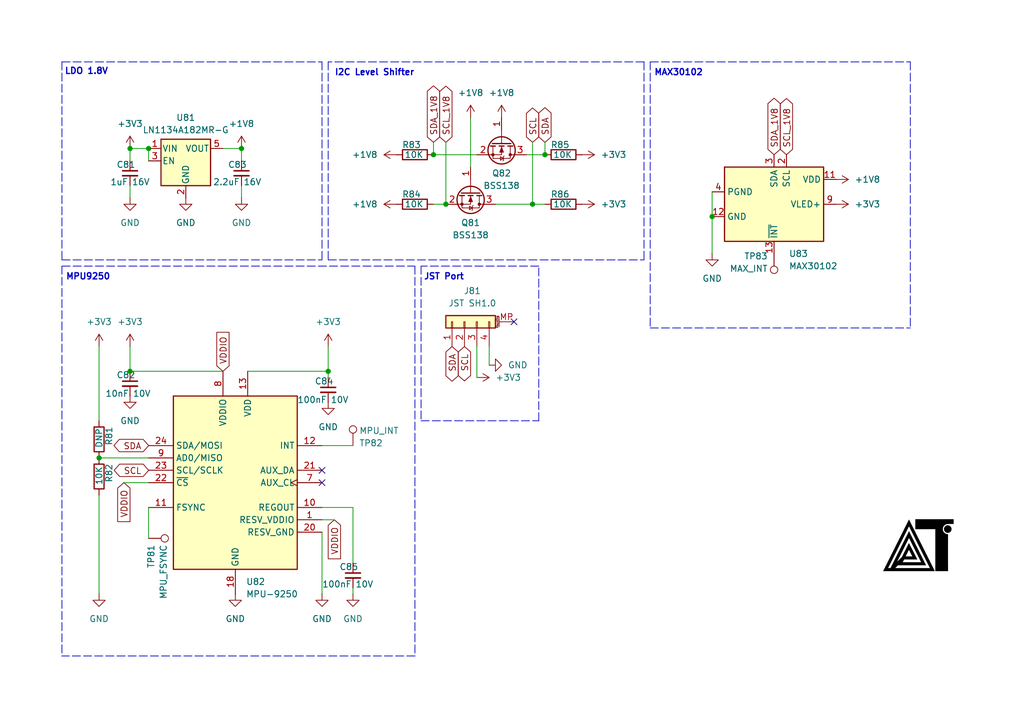
<source format=kicad_sch>
(kicad_sch (version 20231120) (generator "eeschema") (generator_version "8.0")
  (paper "A5")
  (title_block (title "sensor-unit-mpu-v2") (date "2025-04-24") (rev "2.0"))
  (lib_symbols
    (symbol "Connector:TestPoint" (pin_numbers hide) (pin_names (offset 0.762) hide)
      (property "Reference" "TP" (at 0 6.858 0))
      (property "Value" "TestPoint" (at 0 5.08 0))
      (symbol "TestPoint_0_1"
        (circle (center 0 3.302) (radius 0.762))
      )
      (symbol "TestPoint_1_1"
        (pin passive line (at 0 0 90) (length 2.54) (name "1") (number "1"))
      )
    )
    (symbol "Connector_Generic_MountingPin:Conn_01x04_MountingPin" (pin_names (offset 1.016) hide)
      (property "Reference" "J" (at 0 5.08 0))
      (property "Value" "Conn_01x04_MountingPin" (at 1.27 -7.62 0))
      (symbol "Conn_01x04_MountingPin_1_1"
        (rectangle (start -1.27 -4.953) (end 0 -5.207) (stroke (width 0.1524)))
        (rectangle (start -1.27 -2.413) (end 0 -2.667) (stroke (width 0.1524)))
        (rectangle (start -1.27 0.127) (end 0 -0.127) (stroke (width 0.1524)))
        (rectangle (start -1.27 2.667) (end 0 2.413) (stroke (width 0.1524)))
        (rectangle (start -1.27 3.81) (end 1.27 -6.35) (stroke (width 0.254)) (fill (type background)))
        (polyline (pts (xy -1.016 -7.112) (xy 1.016 -7.112)) (stroke (width 0.1524)))
        (text "Mounting" (at 0 -6.731 0) (effects (font (size 0.381 0.381))))
        (pin passive line (at -5.08 2.54 0) (length 3.81) (name "Pin_1") (number "1"))
        (pin passive line (at -5.08 0 0) (length 3.81) (name "Pin_2") (number "2"))
        (pin passive line (at -5.08 -2.54 0) (length 3.81) (name "Pin_3") (number "3"))
        (pin passive line (at -5.08 -5.08 0) (length 3.81) (name "Pin_4") (number "4"))
        (pin passive line (at 0 -10.16 90) (length 3.048) (name "MountPin") (number "MP"))
      )
    )
    (symbol "Device:C_Small" (pin_numbers hide) (pin_names (offset 0.254) hide)
      (property "Reference" "C" (at 0.254 1.778 0))
      (property "Value" "C_Small" (at 0.254 -2.032 0))
      (symbol "C_Small_0_1"
        (polyline (pts (xy -1.524 -0.508) (xy 1.524 -0.508)) (stroke (width 0.3302)))
        (polyline (pts (xy -1.524 0.508) (xy 1.524 0.508)) (stroke (width 0.3048)))
      )
      (symbol "C_Small_1_1"
        (pin passive line (at 0 2.54 270) (length 2.032) (name "~") (number "1"))
        (pin passive line (at 0 -2.54 90) (length 2.032) (name "~") (number "2"))
      )
    )
    (symbol "Device:R" (pin_numbers hide) (pin_names (offset 0))
      (property "Reference" "R" (at 2.032 0 90))
      (property "Value" "R" (at 0 0 90))
      (symbol "R_0_1"
        (rectangle (start -1.016 -2.54) (end 1.016 2.54) (stroke (width 0.254)))
      )
      (symbol "R_1_1"
        (pin passive line (at 0 3.81 270) (length 1.27) (name "~") (number "1"))
        (pin passive line (at 0 -3.81 90) (length 1.27) (name "~") (number "2"))
      )
    )
    (symbol "Regulator_Linear:AP2112K-3.3" (pin_names (offset 0.254))
      (property "Reference" "U" (at -5.08 5.715 0))
      (property "Value" "AP2112K-3.3" (at 0 5.715 0))
      (symbol "AP2112K-3.3_0_1"
        (rectangle (start -5.08 4.445) (end 5.08 -5.08) (stroke (width 0.254)) (fill (type background)))
      )
      (symbol "AP2112K-3.3_1_1"
        (pin power_in line (at -7.62 2.54 0) (length 2.54) (name "VIN") (number "1"))
        (pin power_in line (at 0 -7.62 90) (length 2.54) (name "GND") (number "2"))
        (pin input line (at -7.62 0 0) (length 2.54) (name "EN") (number "3"))
        (pin no_connect line (at 5.08 0 180) (length 2.54) hide (name "NC") (number "4"))
        (pin power_out line (at 7.62 2.54 180) (length 2.54) (name "VOUT") (number "5"))
      )
    )
    (symbol "Sensor:MAX30102"
      (property "Reference" "U" (at 7.62 15.24 0))
      (property "Value" "MAX30102" (at 7.62 12.7 0))
      (symbol "MAX30102_0_1"
        (rectangle (start -7.62 10.16) (end 7.62 -10.16) (stroke (width 0.254)) (fill (type background)))
      )
      (symbol "MAX30102_1_1"
        (pin no_connect line (at -7.62 5.08 0) (length 2.54) hide (name "NC") (number "1"))
        (pin passive line (at 0 12.7 270) (length 2.54) hide (name "VLED+") (number "10"))
        (pin power_in line (at -5.08 12.7 270) (length 2.54) (name "VDD") (number "11"))
        (pin power_in line (at 2.54 -12.7 90) (length 2.54) (name "GND") (number "12"))
        (pin output line (at 10.16 0 180) (length 2.54) (name "~{INT}") (number "13"))
        (pin no_connect line (at 7.62 2.54 180) (length 2.54) hide (name "NC") (number "14"))
        (pin input line (at -10.16 2.54 0) (length 2.54) (name "SCL") (number "2"))
        (pin bidirectional line (at -10.16 0 0) (length 2.54) (name "SDA") (number "3"))
        (pin power_in line (at -2.54 -12.7 90) (length 2.54) (name "PGND") (number "4"))
        (pin no_connect line (at 7.62 -7.62 180) (length 2.54) hide (name "NC") (number "5"))
        (pin no_connect line (at 7.62 -5.08 180) (length 2.54) hide (name "NC") (number "6"))
        (pin no_connect line (at -7.62 -2.54 0) (length 2.54) hide (name "NC") (number "7"))
        (pin no_connect line (at 7.62 5.08 180) (length 2.54) hide (name "NC") (number "8"))
        (pin power_in line (at 0 12.7 270) (length 2.54) (name "VLED+") (number "9"))
      )
    )
    (symbol "Sensor_Motion:MPU-9250"
      (property "Reference" "U2" (at 2.1941 -20.32 0))
      (property "Value" "MPU-9250" (at 2.1941 -22.86 0))
      (symbol "MPU-9250_0_1"
        (rectangle (start -12.7 17.78) (end 12.7 -17.78) (stroke (width 0.254)) (fill (type background)))
      )
      (symbol "MPU-9250_1_1"
        (pin input line (at 17.78 -7.62 180) (length 5.08) (name "RESV_VDDIO") (number "1"))
        (pin passive line (at 17.78 -5.08 180) (length 5.08) (name "REGOUT") (number "10"))
        (pin input line (at -17.78 -5.08 0) (length 5.08) (name "FSYNC") (number "11"))
        (pin output line (at 17.78 7.62 180) (length 5.08) (name "INT") (number "12"))
        (pin power_in line (at 2.54 22.86 270) (length 5.08) (name "VDD") (number "13"))
        (pin no_connect line (at -12.7 -12.7 0) (length 2.54) hide (name "NC") (number "14"))
        (pin no_connect line (at 12.7 15.24 180) (length 2.54) hide (name "NC") (number "15"))
        (pin no_connect line (at 12.7 12.7 180) (length 2.54) hide (name "NC") (number "16"))
        (pin no_connect line (at 12.7 10.16 180) (length 2.54) hide (name "NC") (number "17"))
        (pin power_in line (at 0 -22.86 90) (length 5.08) (name "GND") (number "18"))
        (pin no_connect line (at 12.7 -13.97 180) (length 2.54) hide (name "RESV") (number "19"))
        (pin no_connect line (at -12.7 15.24 0) (length 2.54) hide (name "NC") (number "2"))
        (pin power_in line (at 17.78 -10.16 180) (length 5.08) (name "RESV_GND") (number "20"))
        (pin bidirectional line (at 17.78 2.54 180) (length 5.08) (name "AUX_DA") (number "21"))
        (pin input line (at -17.78 0 0) (length 5.08) (name "~{CS}") (number "22"))
        (pin input line (at -17.78 2.54 0) (length 5.08) (name "SCL/SCLK") (number "23"))
        (pin bidirectional line (at -17.78 7.62 0) (length 5.08) (name "SDA/MOSI") (number "24"))
        (pin no_connect line (at -12.7 12.7 0) (length 2.54) hide (name "NC") (number "3"))
        (pin no_connect line (at -12.7 10.16 0) (length 2.54) hide (name "NC") (number "4"))
        (pin no_connect line (at -12.7 -7.62 0) (length 2.54) hide (name "NC") (number "5"))
        (pin no_connect line (at -12.7 -10.16 0) (length 2.54) hide (name "NC") (number "6"))
        (pin output clock (at 17.78 0 180) (length 5.08) (name "AUX_CL") (number "7"))
        (pin power_in line (at -2.54 22.86 270) (length 5.08) (name "VDDIO") (number "8"))
        (pin bidirectional line (at -17.78 5.08 0) (length 5.08) (name "AD0/MISO") (number "9"))
      )
    )
    (symbol "Transistor_FET:BSS138" (pin_names hide)
      (property "Reference" "Q" (at 5.08 1.905 0))
      (property "Value" "BSS138" (at 5.08 0 0))
      (symbol "BSS138_0_1"
        (polyline (pts (xy 0.254 0) (xy -2.54 0)))
        (polyline (pts (xy 0.254 1.905) (xy 0.254 -1.905)) (stroke (width 0.254)))
        (polyline (pts (xy 0.762 -1.27) (xy 0.762 -2.286)) (stroke (width 0.254)))
        (polyline (pts (xy 0.762 0.508) (xy 0.762 -0.508)) (stroke (width 0.254)))
        (polyline (pts (xy 0.762 2.286) (xy 0.762 1.27)) (stroke (width 0.254)))
        (polyline (pts (xy 2.54 2.54) (xy 2.54 1.778)))
        (polyline (pts (xy 2.54 -2.54) (xy 2.54 0) (xy 0.762 0)))
        (polyline (pts (xy 0.762 -1.778) (xy 3.302 -1.778) (xy 3.302 1.778) (xy 0.762 1.778)))
        (polyline (pts (xy 1.016 0) (xy 2.032 0.381) (xy 2.032 -0.381) (xy 1.016 0)) (fill (type outline)))
        (polyline (pts (xy 2.794 0.508) (xy 2.921 0.381) (xy 3.683 0.381) (xy 3.81 0.254)))
        (polyline (pts (xy 3.302 0.381) (xy 2.921 -0.254) (xy 3.683 -0.254) (xy 3.302 0.381)))
        (circle (center 1.651 0) (radius 2.794) (stroke (width 0.254)))
        (circle (center 2.54 -1.778) (radius 0.254) (fill (type outline)))
        (circle (center 2.54 1.778) (radius 0.254) (fill (type outline)))
      )
      (symbol "BSS138_1_1"
        (pin input line (at -5.08 0 0) (length 2.54) (name "G") (number "1"))
        (pin passive line (at 2.54 -5.08 90) (length 2.54) (name "S") (number "2"))
        (pin passive line (at 2.54 5.08 270) (length 2.54) (name "D") (number "3"))
      )
    )
    (symbol "power:+1V8" (power) (pin_numbers hide) (pin_names (offset 0) hide)
      (property "Value" "+1V8" (at 0 3.556 0))
      (symbol "+1V8_0_1"
        (polyline (pts (xy -0.762 1.27) (xy 0 2.54)))
        (polyline (pts (xy 0 0) (xy 0 2.54)))
        (polyline (pts (xy 0 2.54) (xy 0.762 1.27)))
      )
      (symbol "+1V8_1_1"
        (pin power_in line (at 0 0 90) (length 0) (name "~") (number "1"))
      )
    )
    (symbol "power:+3V3" (power) (pin_numbers hide) (pin_names (offset 0) hide)
      (property "Value" "+3V3" (at 0 3.556 0))
      (symbol "+3V3_0_1"
        (polyline (pts (xy -0.762 1.27) (xy 0 2.54)))
        (polyline (pts (xy 0 0) (xy 0 2.54)))
        (polyline (pts (xy 0 2.54) (xy 0.762 1.27)))
      )
      (symbol "+3V3_1_1"
        (pin power_in line (at 0 0 90) (length 0) (name "~") (number "1"))
      )
    )
    (symbol "power:GND" (power) (pin_numbers hide) (pin_names (offset 0) hide)
      (property "Value" "GND" (at 0 -3.81 0))
      (symbol "GND_0_1"
        (polyline (pts (xy 0 0) (xy 0 -1.27) (xy 1.27 -1.27) (xy 0 -2.54) (xy -1.27 -1.27) (xy 0 -1.27)))
      )
      (symbol "GND_1_1"
        (pin power_in line (at 0 0 270) (length 0) (name "~") (number "1"))
      )
    )
  )
  (junction (at 26.67 30.48))
  (junction (at 67.31 76.2))
  (junction (at 109.22 41.91))
  (junction (at 30.48 30.48))
  (junction (at 49.53 30.48))
  (junction (at 26.67 76.2))
  (junction (at 146.05 44.45))
  (junction (at 88.9 31.75))
  (junction (at 20.32 93.98))
  (junction (at 91.44 41.91))
  (junction (at 111.76 31.75))
  (no_connect (at 105.41 66.04))
  (no_connect (at 66.04 96.52))
  (no_connect (at 66.04 99.06))
  (wire (pts (xy 109.22 41.91) (xy 111.76 41.91)))
  (wire (pts (xy 100.33 71.12) (xy 100.33 74.93)))
  (wire (pts (xy 25.4 99.06) (xy 30.48 99.06)))
  (wire (pts (xy 68.58 106.68) (xy 66.04 106.68)))
  (wire (pts (xy 97.79 71.12) (xy 97.79 77.47)))
  (polyline (pts (xy 133.35 12.7) (xy 186.69 12.7)) (stroke (width 0) (type dash)))
  (wire (pts (xy 72.39 120.65) (xy 72.39 121.92)))
  (wire (pts (xy 45.72 30.48) (xy 49.53 30.48)))
  (polyline (pts (xy 12.7 53.34) (xy 66.04 53.34)) (stroke (width 0) (type dash)))
  (wire (pts (xy 72.39 104.14) (xy 66.04 104.14)))
  (polyline (pts (xy 67.31 12.7) (xy 67.31 53.34)) (stroke (width 0) (type dash)))
  (wire (pts (xy 72.39 104.14) (xy 72.39 115.57)))
  (polyline (pts (xy 86.36 86.36) (xy 110.49 86.36)) (stroke (width 0) (type dash)))
  (polyline (pts (xy 12.7 54.61) (xy 85.09 54.61)) (stroke (width 0) (type dash)))
  (wire (pts (xy 67.31 77.47) (xy 67.31 76.2)))
  (wire (pts (xy 66.04 91.44) (xy 72.39 91.44)))
  (polyline (pts (xy 67.31 53.34) (xy 132.08 53.34)) (stroke (width 0) (type dash)))
  (wire (pts (xy 96.52 24.13) (xy 96.52 34.29)))
  (wire (pts (xy 91.44 29.21) (xy 91.44 41.91)))
  (wire (pts (xy 49.53 30.48) (xy 49.53 33.02)))
  (wire (pts (xy 88.9 41.91) (xy 91.44 41.91)))
  (wire (pts (xy 30.48 104.14) (xy 30.48 110.49)))
  (wire (pts (xy 107.95 31.75) (xy 111.76 31.75)))
  (polyline (pts (xy 133.35 67.31) (xy 186.69 67.31)) (stroke (width 0) (type dash)))
  (wire (pts (xy 30.48 30.48) (xy 30.48 33.02)))
  (wire (pts (xy 66.04 109.22) (xy 66.04 121.92)))
  (wire (pts (xy 26.67 76.2) (xy 45.72 76.2)))
  (wire (pts (xy 26.67 71.12) (xy 26.67 76.2)))
  (wire (pts (xy 101.6 41.91) (xy 109.22 41.91)))
  (wire (pts (xy 50.8 76.2) (xy 67.31 76.2)))
  (wire (pts (xy 111.76 29.21) (xy 111.76 31.75)))
  (polyline (pts (xy 132.08 12.7) (xy 67.31 12.7)) (stroke (width 0) (type dash)))
  (wire (pts (xy 109.22 29.21) (xy 109.22 41.91)))
  (wire (pts (xy 26.67 33.02) (xy 26.67 30.48)))
  (wire (pts (xy 49.53 40.64) (xy 49.53 38.1)))
  (polyline (pts (xy 85.09 134.62) (xy 12.7 134.62)) (stroke (width 0) (type dash)))
  (polyline (pts (xy 186.69 12.7) (xy 186.69 67.31)) (stroke (width 0) (type dash)))
  (polyline (pts (xy 66.04 12.7) (xy 66.04 53.34)) (stroke (width 0) (type dash)))
  (wire (pts (xy 20.32 71.12) (xy 20.32 86.36)))
  (wire (pts (xy 67.31 71.12) (xy 67.31 76.2)))
  (polyline (pts (xy 133.35 12.7) (xy 133.35 67.31)) (stroke (width 0) (type dash)))
  (polyline (pts (xy 110.49 86.36) (xy 110.49 54.61)) (stroke (width 0) (type dash)))
  (polyline (pts (xy 12.7 12.7) (xy 66.04 12.7)) (stroke (width 0) (type dash)))
  (polyline (pts (xy 12.7 12.7) (xy 12.7 53.34)) (stroke (width 0) (type dash)))
  (wire (pts (xy 88.9 29.21) (xy 88.9 31.75)))
  (wire (pts (xy 88.9 31.75) (xy 97.79 31.75)))
  (wire (pts (xy 146.05 52.07) (xy 146.05 44.45)))
  (polyline (pts (xy 132.08 12.7) (xy 132.08 53.34)) (stroke (width 0) (type dash)))
  (polyline (pts (xy 86.36 54.61) (xy 86.36 86.36)) (stroke (width 0) (type dash)))
  (polyline (pts (xy 85.09 54.61) (xy 85.09 134.62)) (stroke (width 0) (type dash)))
  (wire (pts (xy 26.67 30.48) (xy 30.48 30.48)))
  (polyline (pts (xy 110.49 54.61) (xy 86.36 54.61)) (stroke (width 0) (type dash)))
  (wire (pts (xy 20.32 121.92) (xy 20.32 101.6)))
  (wire (pts (xy 26.67 40.64) (xy 26.67 38.1)))
  (polyline (pts (xy 12.7 54.61) (xy 12.7 134.62)) (stroke (width 0) (type dash)))
  (wire (pts (xy 146.05 39.37) (xy 146.05 44.45)))
  (wire (pts (xy 20.32 93.98) (xy 30.48 93.98)))
  (image (at 187.96 111.76) (scale 0.359998))
  (text "I2C Level Shifter" (at 68.58 15.748 0) (effects (font (size 1.27 1.27) (thickness 0.254) (bold yes)) (justify left bottom)))
  (text "MPU9250" (at 13.462 57.658 0) (effects (font (size 1.27 1.27) (thickness 0.254) (bold yes)) (justify left bottom)))
  (text "MAX30102\n" (at 134.112 15.748 0) (effects (font (size 1.27 1.27) (thickness 0.254) (bold yes)) (justify left bottom)))
  (text "JST Port\n" (at 86.868 57.658 0) (effects (font (size 1.27 1.27) (thickness 0.254) (bold yes)) (justify left bottom)))
  (text "LDO 1.8V\n" (at 13.208 15.494 0) (effects (font (size 1.27 1.27) (thickness 0.254) (bold yes)) (justify left bottom)))
  (global_label "SDA" (shape bidirectional) (at 30.48 91.44 180) (property "Intersheetrefs" "${INTERSHEET_REFS}" (effects (hide yes))))
  (global_label "SDA" (shape bidirectional) (at 92.71 71.12 270) (property "Intersheetrefs" "${INTERSHEET_REFS}" (effects (hide yes))))
  (global_label "SCL" (shape bidirectional) (at 30.48 96.52 180) (property "Intersheetrefs" "${INTERSHEET_REFS}" (effects (hide yes))))
  (global_label "SDA_1V8" (shape bidirectional) (at 88.9 29.21 90) (property "Intersheetrefs" "${INTERSHEET_REFS}" (effects (hide yes))))
  (global_label "VDDIO" (shape input) (at 45.72 76.2 90) (property "Intersheetrefs" "${INTERSHEET_REFS}" (effects (hide yes))))
  (global_label "SCL_1V8" (shape bidirectional) (at 91.44 29.21 90) (property "Intersheetrefs" "${INTERSHEET_REFS}" (effects (hide yes))))
  (global_label "SCL" (shape bidirectional) (at 95.25 71.12 270) (property "Intersheetrefs" "${INTERSHEET_REFS}" (effects (hide yes))))
  (global_label "VDDIO" (shape input) (at 25.4 99.06 270) (property "Intersheetrefs" "${INTERSHEET_REFS}" (effects (hide yes))))
  (global_label "SCL" (shape bidirectional) (at 109.22 29.21 90) (property "Intersheetrefs" "${INTERSHEET_REFS}" (effects (hide yes))))
  (global_label "SDA" (shape bidirectional) (at 111.76 29.21 90) (property "Intersheetrefs" "${INTERSHEET_REFS}" (effects (hide yes))))
  (global_label "VDDIO" (shape input) (at 68.58 106.68 270) (property "Intersheetrefs" "${INTERSHEET_REFS}" (effects (hide yes))))
  (global_label "SDA_1V8" (shape bidirectional) (at 158.75 31.75 90) (property "Intersheetrefs" "${INTERSHEET_REFS}" (effects (hide yes))))
  (global_label "SCL_1V8" (shape bidirectional) (at 161.29 31.75 90) (property "Intersheetrefs" "${INTERSHEET_REFS}" (effects (hide yes))))
  (symbol (lib_id "Device:R") (at 20.32 90.17 0) (unit 1)
    (property "Reference" "R81" (at 22.352 91.44 90) (effects (justify left)))
    (property "Value" "DNP" (at 20.32 91.948 90) (effects (justify left)))
    (property "Footprint" "Resistor_SMD:R_0402_1005Metric" (effects (hide yes)))
    (property "Description" "Resistor" (effects (hide yes)))
  )
  (symbol (lib_id "Sensor:MAX30102") (at 158.75 41.91 270) (unit 1)
    (property "Reference" "U83" (at 161.7665 52.07 90) (effects (justify left)))
    (property "Value" "MAX30102" (at 161.7665 54.61 90) (effects (justify left)))
    (property "Footprint" "OptoDevice:Maxim_OLGA-14_3.3x5.6mm_P0.8mm" (effects (hide yes)))
    (property "Datasheet" "https://datasheets.maximintegrated.com/en/ds/MAX30102.pdf" (effects (hide yes)))
    (property "Description" "Heart Rate Sensor, 14-OLGA" (effects (hide yes)))
  )
  (symbol (lib_id "Device:C_Small") (at 72.39 118.11 0) (unit 1)
    (property "Reference" "C85" (at 69.596 116.332 0) (effects (justify left)))
    (property "Value" "100nF 10V" (at 66.04 119.888 0) (effects (justify left)))
    (property "Footprint" "Capacitor_SMD:C_0603_1608Metric" (effects (hide yes)))
    (property "Description" "Unpolarized capacitor, small symbol" (effects (hide yes)))
    (property "LCSC" "C1525" (effects (hide yes)))
  )
  (symbol (lib_id "power:+1V8") (at 81.28 41.91 90) (unit 1)
    (property "Reference" "#PWR096" (effects (hide yes)))
    (property "Value" "+1V8" (at 77.47 41.9099 90) (effects (justify left)))
    (property "Description" "Power symbol creates a global label with name \"+1V8\"" (effects (hide yes)))
  )
  (symbol (lib_id "Device:R") (at 115.57 31.75 90) (unit 1)
    (property "Reference" "R85" (at 116.84 29.718 90) (effects (justify left)))
    (property "Value" "10K" (at 117.348 31.75 90) (effects (justify left)))
    (property "Footprint" "Resistor_SMD:R_0402_1005Metric" (effects (hide yes)))
    (property "Description" "Resistor" (effects (hide yes)))
    (property "LCSC" "C25744" (effects (hide yes)))
  )
  (symbol (lib_id "Device:C_Small") (at 67.31 80.01 0) (unit 1)
    (property "Reference" "C84" (at 64.516 78.232 0) (effects (justify left)))
    (property "Value" "100nF 10V" (at 60.96 82.042 0) (effects (justify left)))
    (property "Footprint" "Capacitor_SMD:C_0603_1608Metric" (effects (hide yes)))
    (property "Description" "Unpolarized capacitor, small symbol" (effects (hide yes)))
    (property "LCSC" "C1525" (effects (hide yes)))
  )
  (symbol (lib_id "power:GND") (at 26.67 81.28 0) (unit 1)
    (property "Reference" "#PWR086" (effects (hide yes)))
    (property "Value" "GND" (at 26.67 86.36 0))
    (property "Description" "Power symbol creates a global label with name \"GND\" , ground" (effects (hide yes)))
  )
  (symbol (lib_id "Device:R") (at 85.09 41.91 90) (unit 1)
    (property "Reference" "R84" (at 86.36 39.878 90) (effects (justify left)))
    (property "Value" "10K" (at 86.868 41.91 90) (effects (justify left)))
    (property "Footprint" "Resistor_SMD:R_0402_1005Metric" (effects (hide yes)))
    (property "Description" "Resistor" (effects (hide yes)))
    (property "LCSC" "C25744" (effects (hide yes)))
  )
  (symbol (lib_id "power:GND") (at 66.04 121.92 0) (unit 1)
    (property "Reference" "#PWR091" (effects (hide yes)))
    (property "Value" "GND" (at 66.04 127 0))
    (property "Description" "Power symbol creates a global label with name \"GND\" , ground" (effects (hide yes)))
  )
  (symbol (lib_id "power:+3V3") (at 26.67 30.48 0) (unit 1)
    (property "Reference" "#PWR083" (effects (hide yes)))
    (property "Value" "+3V3" (at 26.67 25.4 0))
    (property "Description" "Power symbol creates a global label with name \"+3V3\"" (effects (hide yes)))
  )
  (symbol (lib_id "power:+3V3") (at 97.79 77.47 270) (unit 1)
    (property "Reference" "#PWR098" (effects (hide yes)))
    (property "Value" "+3V3" (at 101.6 77.4699 90) (effects (justify left)))
    (property "Description" "Power symbol creates a global label with name \"+3V3\"" (effects (hide yes)))
  )
  (symbol (lib_id "Transistor_FET:BSS138") (at 102.87 29.21 270) (unit 1)
    (property "Reference" "Q82" (at 102.87 35.56 90))
    (property "Value" "BSS138" (at 102.87 38.1 90))
    (property "Footprint" "Package_TO_SOT_SMD:SOT-23" (effects (hide yes)))
    (property "Datasheet" "https://www.onsemi.com/pub/Collateral/BSS138-D.PDF" (effects (hide yes)))
    (property "Description" "50V Vds, 0.22A Id, N-Channel MOSFET, SOT-23" (effects (hide yes)))
    (property "LCSC" "C52895" (effects (hide yes)))
  )
  (symbol (lib_id "power:GND") (at 20.32 121.92 0) (unit 1)
    (property "Reference" "#PWR082" (effects (hide yes)))
    (property "Value" "GND" (at 20.32 127 0))
    (property "Description" "Power symbol creates a global label with name \"GND\" , ground" (effects (hide yes)))
  )
  (symbol (lib_id "power:GND") (at 146.05 52.07 0) (unit 1)
    (property "Reference" "#PWR0103" (effects (hide yes)))
    (property "Value" "GND" (at 146.05 57.15 0))
    (property "Description" "Power symbol creates a global label with name \"GND\" , ground" (effects (hide yes)))
  )
  (symbol (lib_id "power:GND") (at 48.26 121.92 0) (unit 1)
    (property "Reference" "#PWR088" (effects (hide yes)))
    (property "Value" "GND" (at 48.26 127 0))
    (property "Description" "Power symbol creates a global label with name \"GND\" , ground" (effects (hide yes)))
  )
  (symbol (lib_id "Sensor_Motion:MPU-9250") (at 48.26 99.06 0) (unit 1)
    (property "Reference" "U82" (at 50.4541 119.38 0) (effects (justify left)))
    (property "Value" "MPU-9250" (at 50.4541 121.92 0) (effects (justify left)))
    (property "Footprint" "Sensor_Motion:InvenSense_QFN-24_3x3mm_P0.4mm_NoMask" (effects (hide yes)))
    (property "Datasheet" "https://invensense.tdk.com/wp-content/uploads/2015/02/PS-MPU-9250A-01-v1.1.pdf" (effects (hide yes)))
    (property "Description" "InvenSense 9-Axis Motion Sensor, Accelerometer, Gyroscope, Compass, I2C/SPI" (effects (hide yes)))
  )
  (symbol (lib_id "power:+3V3") (at 26.67 71.12 0) (unit 1)
    (property "Reference" "#PWR085" (effects (hide yes)))
    (property "Value" "+3V3" (at 26.67 66.04 0))
    (property "Description" "Power symbol creates a global label with name \"+3V3\"" (effects (hide yes)))
  )
  (symbol (lib_id "Device:R") (at 20.32 97.79 0) (unit 1)
    (property "Reference" "R82" (at 22.352 99.06 90) (effects (justify left)))
    (property "Value" "10K" (at 20.32 99.568 90) (effects (justify left)))
    (property "Footprint" "Resistor_SMD:R_0402_1005Metric" (effects (hide yes)))
    (property "Description" "Resistor" (effects (hide yes)))
    (property "LCSC" "C25744" (effects (hide yes)))
  )
  (symbol (lib_id "power:+3V3") (at 119.38 31.75 270) (unit 1)
    (property "Reference" "#PWR0101" (effects (hide yes)))
    (property "Value" "+3V3" (at 123.19 31.7499 90) (effects (justify left)))
    (property "Description" "Power symbol creates a global label with name \"+3V3\"" (effects (hide yes)))
  )
  (symbol (lib_id "Device:R") (at 115.57 41.91 90) (unit 1)
    (property "Reference" "R86" (at 116.84 39.878 90) (effects (justify left)))
    (property "Value" "10K" (at 117.348 41.91 90) (effects (justify left)))
    (property "Footprint" "Resistor_SMD:R_0402_1005Metric" (effects (hide yes)))
    (property "Description" "Resistor" (effects (hide yes)))
    (property "LCSC" "C25744" (effects (hide yes)))
  )
  (symbol (lib_id "Connector:TestPoint") (at 30.48 110.49 270) (mirror x) (unit 1)
    (property "Reference" "TP81" (at 30.988 111.76 0) (effects (justify right)))
    (property "Value" "MPU_FSYNC" (at 33.528 111.76 0) (effects (justify right)))
    (property "Footprint" "TestPoint:TestPoint_Pad_D1.0mm" (effects (hide yes)))
    (property "Description" "test point" (effects (hide yes)))
  )
  (symbol (lib_id "Device:C_Small") (at 49.53 35.56 0) (unit 1)
    (property "Reference" "C83" (at 46.736 33.782 0) (effects (justify left)))
    (property "Value" "2.2uF 16V" (at 43.688 37.338 0) (effects (justify left)))
    (property "Footprint" "Capacitor_SMD:C_0603_1608Metric" (effects (hide yes)))
    (property "Description" "Unpolarized capacitor, small symbol" (effects (hide yes)))
    (property "LCSC" "C23630" (effects (hide yes)))
  )
  (symbol (lib_id "power:GND") (at 26.67 40.64 0) (unit 1)
    (property "Reference" "#PWR084" (effects (hide yes)))
    (property "Value" "GND" (at 26.67 45.72 0))
    (property "Description" "Power symbol creates a global label with name \"GND\" , ground" (effects (hide yes)))
  )
  (symbol (lib_id "power:GND") (at 72.39 121.92 0) (unit 1)
    (property "Reference" "#PWR094" (effects (hide yes)))
    (property "Value" "GND" (at 72.39 127 0))
    (property "Description" "Power symbol creates a global label with name \"GND\" , ground" (effects (hide yes)))
  )
  (symbol (lib_id "power:GND") (at 67.31 82.55 0) (unit 1)
    (property "Reference" "#PWR093" (effects (hide yes)))
    (property "Value" "GND" (at 67.31 87.63 0))
    (property "Description" "Power symbol creates a global label with name \"GND\" , ground" (effects (hide yes)))
  )
  (symbol (lib_id "Device:C_Small") (at 26.67 78.74 0) (unit 1)
    (property "Reference" "C82" (at 23.876 76.962 0) (effects (justify left)))
    (property "Value" "10nF 10V" (at 21.59 80.772 0) (effects (justify left)))
    (property "Footprint" "Capacitor_SMD:C_0603_1608Metric" (effects (hide yes)))
    (property "Description" "Unpolarized capacitor, small symbol" (effects (hide yes)))
    (property "LCSC" "C15195" (effects (hide yes)))
  )
  (symbol (lib_id "power:+1V8") (at 49.53 30.48 0) (unit 1)
    (property "Reference" "#PWR089" (effects (hide yes)))
    (property "Value" "+1V8" (at 49.53 25.4 0))
    (property "Description" "Power symbol creates a global label with name \"+1V8\"" (effects (hide yes)))
  )
  (symbol (lib_id "Device:R") (at 85.09 31.75 90) (unit 1)
    (property "Reference" "R83" (at 86.36 29.718 90) (effects (justify left)))
    (property "Value" "10K" (at 86.868 31.75 90) (effects (justify left)))
    (property "Footprint" "Resistor_SMD:R_0402_1005Metric" (effects (hide yes)))
    (property "Description" "Resistor" (effects (hide yes)))
    (property "LCSC" "C25744" (effects (hide yes)))
  )
  (symbol (lib_id "power:+1V8") (at 102.87 24.13 0) (unit 1)
    (property "Reference" "#PWR0100" (effects (hide yes)))
    (property "Value" "+1V8" (at 102.87 19.05 0))
    (property "Description" "Power symbol creates a global label with name \"+1V8\"" (effects (hide yes)))
  )
  (symbol (lib_id "power:GND") (at 100.33 74.93 90) (unit 1)
    (property "Reference" "#PWR099" (effects (hide yes)))
    (property "Value" "GND" (at 104.14 74.9299 90) (effects (justify right)))
    (property "Description" "Power symbol creates a global label with name \"GND\" , ground" (effects (hide yes)))
  )
  (symbol (lib_id "Connector_Generic_MountingPin:Conn_01x04_MountingPin") (at 95.25 66.04 90) (unit 1)
    (property "Reference" "J81" (at 96.8756 59.69 90))
    (property "Value" "JST SH1.0" (at 96.8756 62.23 90))
    (property "Footprint" "Connector_JST:JST_SH_BM04B-SRSS-TB_1x04-1MP_P1.00mm_Vertical" (effects (hide yes)))
    (property "Description" "Generic connectable mounting pin connector, single row, 01x04, script generated (kicad-library-utils/schlib/autogen/connector/)" (effects (hide yes)))
  )
  (symbol (lib_id "Connector:TestPoint") (at 72.39 91.44 0) (mirror y) (unit 1)
    (property "Reference" "TP82" (at 73.66 90.932 0) (effects (justify right)))
    (property "Value" "MPU_INT" (at 73.66 88.392 0) (effects (justify right)))
    (property "Footprint" "TestPoint:TestPoint_Pad_D1.0mm" (effects (hide yes)))
    (property "Description" "test point" (effects (hide yes)))
  )
  (symbol (lib_id "Regulator_Linear:AP2112K-3.3") (at 38.1 33.02 0) (unit 1)
    (property "Reference" "U81" (at 38.1 24.13 0))
    (property "Value" "LN1134A182MR-G" (at 38.1 26.67 0))
    (property "Footprint" "Package_TO_SOT_SMD:SOT-23-5" (effects (hide yes)))
    (property "LCSC" "C141424" (effects (hide yes)))
  )
  (symbol (lib_id "Device:C_Small") (at 26.67 35.56 0) (unit 1)
    (property "Reference" "C81" (at 23.876 33.782 0) (effects (justify left)))
    (property "Value" "1uF 16V" (at 22.606 37.338 0) (effects (justify left)))
    (property "Footprint" "Capacitor_SMD:C_0603_1608Metric" (effects (hide yes)))
    (property "Description" "Unpolarized capacitor, small symbol" (effects (hide yes)))
    (property "LCSC" "C52923" (effects (hide yes)))
  )
  (symbol (lib_id "power:+3V3") (at 171.45 41.91 270) (unit 1)
    (property "Reference" "#PWR0105" (effects (hide yes)))
    (property "Value" "+3V3" (at 175.26 41.9099 90) (effects (justify left)))
    (property "Description" "Power symbol creates a global label with name \"+3V3\"" (effects (hide yes)))
  )
  (symbol (lib_id "power:+3V3") (at 67.31 71.12 0) (unit 1)
    (property "Reference" "#PWR092" (effects (hide yes)))
    (property "Value" "+3V3" (at 67.31 66.04 0))
    (property "Description" "Power symbol creates a global label with name \"+3V3\"" (effects (hide yes)))
  )
  (symbol (lib_id "power:+1V8") (at 171.45 36.83 270) (unit 1)
    (property "Reference" "#PWR0104" (effects (hide yes)))
    (property "Value" "+1V8" (at 175.26 36.8299 90) (effects (justify left)))
    (property "Description" "Power symbol creates a global label with name \"+1V8\"" (effects (hide yes)))
  )
  (symbol (lib_id "power:+1V8") (at 81.28 31.75 90) (unit 1)
    (property "Reference" "#PWR095" (effects (hide yes)))
    (property "Value" "+1V8" (at 77.47 31.7499 90) (effects (justify left)))
    (property "Description" "Power symbol creates a global label with name \"+1V8\"" (effects (hide yes)))
  )
  (symbol (lib_id "power:GND") (at 38.1 40.64 0) (unit 1)
    (property "Reference" "#PWR087" (effects (hide yes)))
    (property "Value" "GND" (at 38.1 45.72 0))
    (property "Description" "Power symbol creates a global label with name \"GND\" , ground" (effects (hide yes)))
  )
  (symbol (lib_id "Transistor_FET:BSS138") (at 96.52 39.37 270) (unit 1)
    (property "Reference" "Q81" (at 96.52 45.72 90))
    (property "Value" "BSS138" (at 96.52 48.26 90))
    (property "Footprint" "Package_TO_SOT_SMD:SOT-23" (effects (hide yes)))
    (property "Datasheet" "https://www.onsemi.com/pub/Collateral/BSS138-D.PDF" (effects (hide yes)))
    (property "Description" "50V Vds, 0.22A Id, N-Channel MOSFET, SOT-23" (effects (hide yes)))
    (property "LCSC" "C52895" (effects (hide yes)))
  )
  (symbol (lib_id "power:+3V3") (at 20.32 71.12 0) (unit 1)
    (property "Reference" "#PWR081" (effects (hide yes)))
    (property "Value" "+3V3" (at 20.32 66.04 0))
    (property "Description" "Power symbol creates a global label with name \"+3V3\"" (effects (hide yes)))
  )
  (symbol (lib_id "Connector:TestPoint") (at 158.75 52.07 0) (mirror x) (unit 1)
    (property "Reference" "TP83" (at 157.48 52.578 0) (effects (justify right)))
    (property "Value" "MAX_INT" (at 157.48 55.118 0) (effects (justify right)))
    (property "Footprint" "TestPoint:TestPoint_Pad_D1.0mm" (effects (hide yes)))
    (property "Description" "test point" (effects (hide yes)))
  )
  (symbol (lib_id "power:+3V3") (at 119.38 41.91 270) (unit 1)
    (property "Reference" "#PWR0102" (effects (hide yes)))
    (property "Value" "+3V3" (at 123.19 41.9099 90) (effects (justify left)))
    (property "Description" "Power symbol creates a global label with name \"+3V3\"" (effects (hide yes)))
  )
  (symbol (lib_id "power:+1V8") (at 96.52 24.13 0) (unit 1)
    (property "Reference" "#PWR097" (effects (hide yes)))
    (property "Value" "+1V8" (at 96.52 19.05 0))
    (property "Description" "Power symbol creates a global label with name \"+1V8\"" (effects (hide yes)))
  )
  (symbol (lib_id "power:GND") (at 49.53 40.64 0) (unit 1)
    (property "Reference" "#PWR090" (effects (hide yes)))
    (property "Value" "GND" (at 49.53 45.72 0))
    (property "Description" "Power symbol creates a global label with name \"GND\" , ground" (effects (hide yes)))
  )
)
</source>
